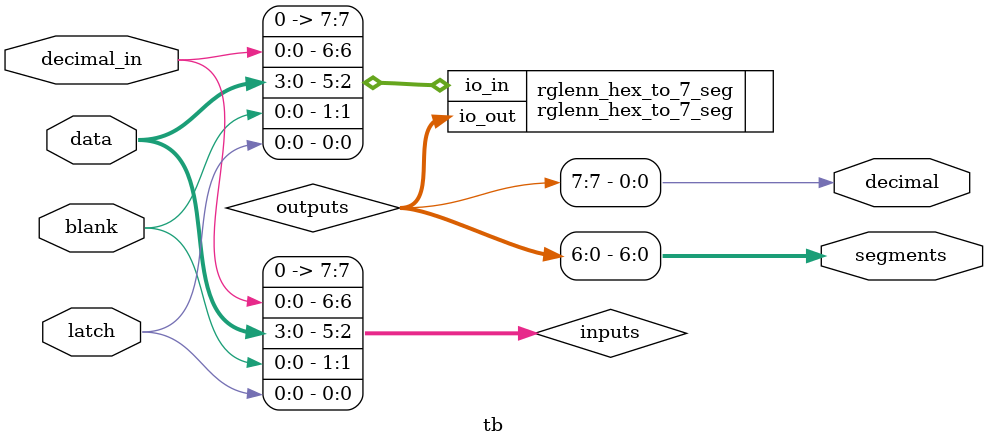
<source format=v>
`default_nettype none
`timescale 1ns/1ps

/*
this testbench just instantiates the module and makes some convenient wires
that can be driven / tested by the cocotb test.py
*/

module tb (
    // testbench is controlled by test.py
    input latch,
    input blank,
    input [3:0] data,
    input decimal_in,
    output [6:0] segments,
    output decimal
   );

    // this part dumps the trace to a vcd file that can be viewed with GTKWave
    initial begin
        $dumpfile ("tb.vcd");
        $dumpvars (0, tb);
        #1;
    end

    // wire up the inputs and outputs
    wire [7:0] inputs = {2'b0, decimal_in, data[3], data[2], data[1], data[0], blank, latch};
    wire [7:0] outputs;
    assign segments = outputs[6:0];
    assign decimal = outputs[7];

    // instantiate the DUT
    rglenn_hex_to_7_seg rglenn_hex_to_7_seg(
        .io_in  (inputs),
        .io_out (outputs)
        );

endmodule

</source>
